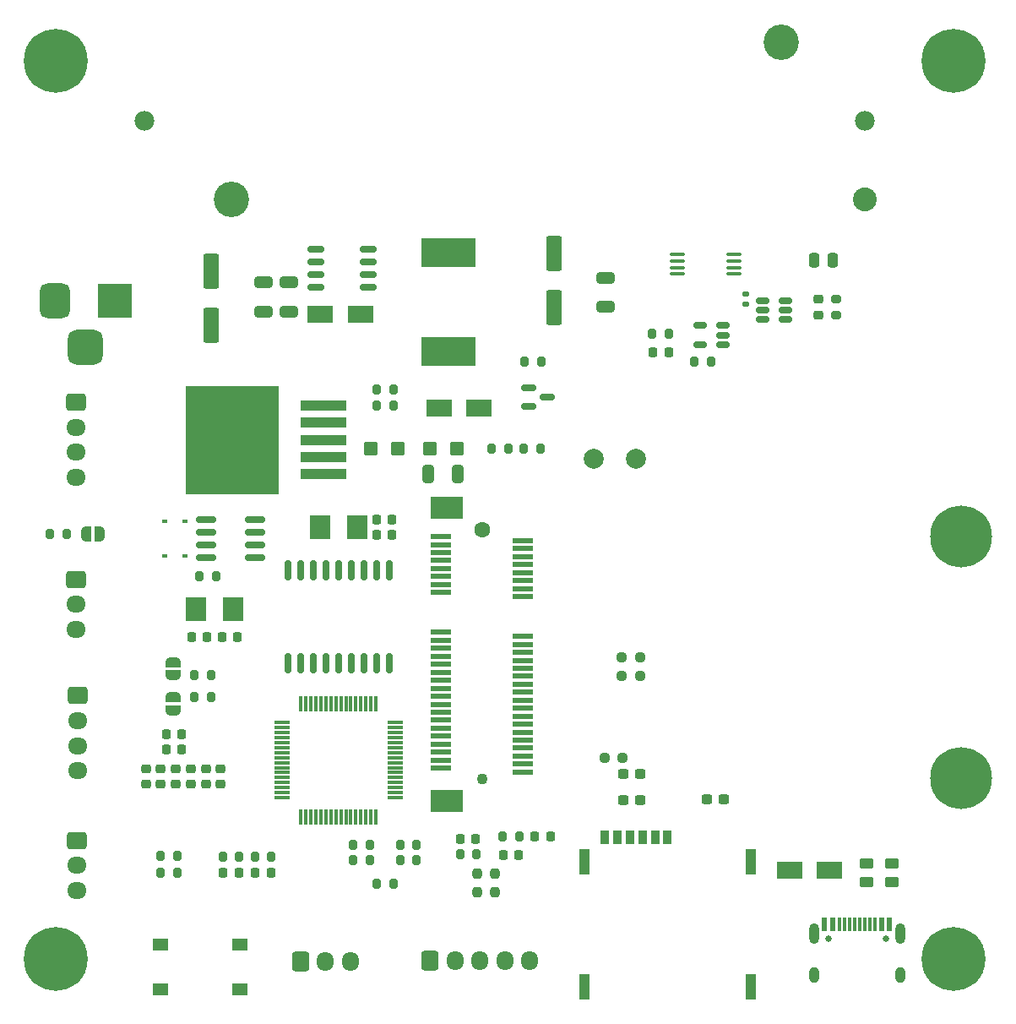
<source format=gbr>
%TF.GenerationSoftware,KiCad,Pcbnew,(6.0.6)*%
%TF.CreationDate,2022-09-23T20:04:06+09:00*%
%TF.ProjectId,LTE-base-H1,4c54452d-6261-4736-952d-48312e6b6963,rev?*%
%TF.SameCoordinates,Original*%
%TF.FileFunction,Soldermask,Top*%
%TF.FilePolarity,Negative*%
%FSLAX46Y46*%
G04 Gerber Fmt 4.6, Leading zero omitted, Abs format (unit mm)*
G04 Created by KiCad (PCBNEW (6.0.6)) date 2022-09-23 20:04:06*
%MOMM*%
%LPD*%
G01*
G04 APERTURE LIST*
G04 Aperture macros list*
%AMRoundRect*
0 Rectangle with rounded corners*
0 $1 Rounding radius*
0 $2 $3 $4 $5 $6 $7 $8 $9 X,Y pos of 4 corners*
0 Add a 4 corners polygon primitive as box body*
4,1,4,$2,$3,$4,$5,$6,$7,$8,$9,$2,$3,0*
0 Add four circle primitives for the rounded corners*
1,1,$1+$1,$2,$3*
1,1,$1+$1,$4,$5*
1,1,$1+$1,$6,$7*
1,1,$1+$1,$8,$9*
0 Add four rect primitives between the rounded corners*
20,1,$1+$1,$2,$3,$4,$5,0*
20,1,$1+$1,$4,$5,$6,$7,0*
20,1,$1+$1,$6,$7,$8,$9,0*
20,1,$1+$1,$8,$9,$2,$3,0*%
%AMFreePoly0*
4,1,22,0.500000,-0.750000,0.000000,-0.750000,0.000000,-0.745033,-0.079941,-0.743568,-0.215256,-0.701293,-0.333266,-0.622738,-0.424486,-0.514219,-0.481581,-0.384460,-0.499164,-0.250000,-0.500000,-0.250000,-0.500000,0.250000,-0.499164,0.250000,-0.499963,0.256109,-0.478152,0.396186,-0.417904,0.524511,-0.324060,0.630769,-0.204165,0.706417,-0.067858,0.745374,0.000000,0.744959,0.000000,0.750000,
0.500000,0.750000,0.500000,-0.750000,0.500000,-0.750000,$1*%
%AMFreePoly1*
4,1,20,0.000000,0.744959,0.073905,0.744508,0.209726,0.703889,0.328688,0.626782,0.421226,0.519385,0.479903,0.390333,0.500000,0.250000,0.500000,-0.250000,0.499851,-0.262216,0.476331,-0.402017,0.414519,-0.529596,0.319384,-0.634700,0.198574,-0.708877,0.061801,-0.746166,0.000000,-0.745033,0.000000,-0.750000,-0.500000,-0.750000,-0.500000,0.750000,0.000000,0.750000,0.000000,0.744959,
0.000000,0.744959,$1*%
G04 Aperture macros list end*
%ADD10RoundRect,0.225000X0.225000X0.250000X-0.225000X0.250000X-0.225000X-0.250000X0.225000X-0.250000X0*%
%ADD11RoundRect,0.250000X-0.725000X0.600000X-0.725000X-0.600000X0.725000X-0.600000X0.725000X0.600000X0*%
%ADD12O,1.950000X1.700000*%
%ADD13RoundRect,0.225000X-0.225000X-0.250000X0.225000X-0.250000X0.225000X0.250000X-0.225000X0.250000X0*%
%ADD14RoundRect,0.250000X0.550000X-1.500000X0.550000X1.500000X-0.550000X1.500000X-0.550000X-1.500000X0*%
%ADD15RoundRect,0.250000X-0.450000X-0.425000X0.450000X-0.425000X0.450000X0.425000X-0.450000X0.425000X0*%
%ADD16C,0.800000*%
%ADD17C,6.400000*%
%ADD18C,6.200000*%
%ADD19RoundRect,0.200000X-0.200000X-0.275000X0.200000X-0.275000X0.200000X0.275000X-0.200000X0.275000X0*%
%ADD20RoundRect,0.200000X0.200000X0.275000X-0.200000X0.275000X-0.200000X-0.275000X0.200000X-0.275000X0*%
%ADD21R,4.600000X1.100000*%
%ADD22R,9.400000X10.800000*%
%ADD23R,0.900000X1.350000*%
%ADD24R,1.100000X2.600000*%
%ADD25RoundRect,0.218750X0.218750X0.256250X-0.218750X0.256250X-0.218750X-0.256250X0.218750X-0.256250X0*%
%ADD26R,2.500000X1.800000*%
%ADD27R,0.600000X0.450000*%
%ADD28RoundRect,0.200000X0.275000X-0.200000X0.275000X0.200000X-0.275000X0.200000X-0.275000X-0.200000X0*%
%ADD29RoundRect,0.237500X-0.300000X-0.237500X0.300000X-0.237500X0.300000X0.237500X-0.300000X0.237500X0*%
%ADD30R,2.000000X2.400000*%
%ADD31RoundRect,0.237500X0.250000X0.237500X-0.250000X0.237500X-0.250000X-0.237500X0.250000X-0.237500X0*%
%ADD32RoundRect,0.150000X-0.587500X-0.150000X0.587500X-0.150000X0.587500X0.150000X-0.587500X0.150000X0*%
%ADD33RoundRect,0.250000X-0.450000X0.262500X-0.450000X-0.262500X0.450000X-0.262500X0.450000X0.262500X0*%
%ADD34RoundRect,0.250000X0.650000X-0.325000X0.650000X0.325000X-0.650000X0.325000X-0.650000X-0.325000X0*%
%ADD35RoundRect,0.225000X-0.250000X0.225000X-0.250000X-0.225000X0.250000X-0.225000X0.250000X0.225000X0*%
%ADD36R,5.400000X2.900000*%
%ADD37RoundRect,0.150000X-0.512500X-0.150000X0.512500X-0.150000X0.512500X0.150000X-0.512500X0.150000X0*%
%ADD38O,1.700000X1.950000*%
%ADD39RoundRect,0.250000X-0.600000X-0.725000X0.600000X-0.725000X0.600000X0.725000X-0.600000X0.725000X0*%
%ADD40C,2.000000*%
%ADD41R,3.200000X2.300000*%
%ADD42R,2.000000X0.600000*%
%ADD43C,1.600000*%
%ADD44C,1.100000*%
%ADD45RoundRect,0.135000X0.185000X-0.135000X0.185000X0.135000X-0.185000X0.135000X-0.185000X-0.135000X0*%
%ADD46RoundRect,0.237500X-0.237500X0.250000X-0.237500X-0.250000X0.237500X-0.250000X0.237500X0.250000X0*%
%ADD47RoundRect,0.150000X-0.150000X0.875000X-0.150000X-0.875000X0.150000X-0.875000X0.150000X0.875000X0*%
%ADD48RoundRect,0.250000X-0.250000X-0.475000X0.250000X-0.475000X0.250000X0.475000X-0.250000X0.475000X0*%
%ADD49RoundRect,0.225000X0.250000X-0.225000X0.250000X0.225000X-0.250000X0.225000X-0.250000X-0.225000X0*%
%ADD50RoundRect,0.150000X-0.675000X-0.150000X0.675000X-0.150000X0.675000X0.150000X-0.675000X0.150000X0*%
%ADD51C,3.550000*%
%ADD52C,2.390000*%
%ADD53C,1.980000*%
%ADD54RoundRect,0.237500X-0.250000X-0.237500X0.250000X-0.237500X0.250000X0.237500X-0.250000X0.237500X0*%
%ADD55RoundRect,0.075000X0.075000X0.700000X-0.075000X0.700000X-0.075000X-0.700000X0.075000X-0.700000X0*%
%ADD56RoundRect,0.075000X0.700000X0.075000X-0.700000X0.075000X-0.700000X-0.075000X0.700000X-0.075000X0*%
%ADD57FreePoly0,180.000000*%
%ADD58FreePoly1,180.000000*%
%ADD59RoundRect,0.150000X0.825000X0.150000X-0.825000X0.150000X-0.825000X-0.150000X0.825000X-0.150000X0*%
%ADD60C,0.650000*%
%ADD61R,0.600000X1.450000*%
%ADD62R,0.300000X1.450000*%
%ADD63O,1.000000X1.600000*%
%ADD64O,1.000000X2.100000*%
%ADD65RoundRect,0.250000X-0.325000X-0.650000X0.325000X-0.650000X0.325000X0.650000X-0.325000X0.650000X0*%
%ADD66FreePoly0,270.000000*%
%ADD67FreePoly1,270.000000*%
%ADD68R,1.550000X1.300000*%
%ADD69RoundRect,0.150000X0.512500X0.150000X-0.512500X0.150000X-0.512500X-0.150000X0.512500X-0.150000X0*%
%ADD70RoundRect,0.100000X-0.637500X-0.100000X0.637500X-0.100000X0.637500X0.100000X-0.637500X0.100000X0*%
%ADD71FreePoly0,90.000000*%
%ADD72FreePoly1,90.000000*%
%ADD73R,3.500000X3.500000*%
%ADD74RoundRect,0.750000X-0.750000X-1.000000X0.750000X-1.000000X0.750000X1.000000X-0.750000X1.000000X0*%
%ADD75RoundRect,0.875000X-0.875000X-0.875000X0.875000X-0.875000X0.875000X0.875000X-0.875000X0.875000X0*%
%ADD76RoundRect,0.237500X0.237500X-0.250000X0.237500X0.250000X-0.237500X0.250000X-0.237500X-0.250000X0*%
G04 APERTURE END LIST*
D10*
%TO.C,C15*%
X117575000Y-129000000D03*
X116025000Y-129000000D03*
%TD*%
D11*
%TO.C,J11*%
X107000000Y-94250000D03*
D12*
X107000000Y-96750000D03*
X107000000Y-99250000D03*
X107000000Y-101750000D03*
%TD*%
D13*
%TO.C,C10*%
X137125000Y-107500000D03*
X138675000Y-107500000D03*
%TD*%
D14*
%TO.C,C7*%
X120500000Y-86525000D03*
X120500000Y-81125000D03*
%TD*%
D15*
%TO.C,C5*%
X136550000Y-98900000D03*
X139250000Y-98900000D03*
%TD*%
D16*
%TO.C,H4*%
X195000000Y-57600000D03*
X196697056Y-58302944D03*
X195000000Y-62400000D03*
D17*
X195000000Y-60000000D03*
D16*
X197400000Y-60000000D03*
X192600000Y-60000000D03*
X193302944Y-61697056D03*
X193302944Y-58302944D03*
X196697056Y-61697056D03*
%TD*%
D18*
%TO.C,J4*%
X195700000Y-107700000D03*
%TD*%
D19*
%TO.C,R5*%
X104375000Y-107400000D03*
X106025000Y-107400000D03*
%TD*%
D20*
%TO.C,R6*%
X147125000Y-139550000D03*
X145475000Y-139550000D03*
%TD*%
%TO.C,R8*%
X120500000Y-123800000D03*
X118850000Y-123800000D03*
%TD*%
D16*
%TO.C,H2*%
X105000000Y-152400000D03*
X103302944Y-148302944D03*
X103302944Y-151697056D03*
X106697056Y-151697056D03*
X106697056Y-148302944D03*
X107400000Y-150000000D03*
X105000000Y-147600000D03*
X102600000Y-150000000D03*
D17*
X105000000Y-150000000D03*
%TD*%
D21*
%TO.C,U5*%
X131775000Y-101400000D03*
X131775000Y-99700000D03*
X131775000Y-98000000D03*
D22*
X122625000Y-98000000D03*
D21*
X131775000Y-96300000D03*
X131775000Y-94600000D03*
%TD*%
D23*
%TO.C,U6*%
X161270000Y-137800000D03*
X163780000Y-137800000D03*
X166300000Y-137800000D03*
X160000000Y-137800000D03*
X162520000Y-137800000D03*
X165040000Y-137800000D03*
D24*
X174650000Y-140250000D03*
X158000000Y-140250000D03*
X158000000Y-152799999D03*
X174650000Y-152800000D03*
%TD*%
D25*
%TO.C,D5*%
X123337500Y-141350000D03*
X121762500Y-141350000D03*
%TD*%
D26*
%TO.C,D3*%
X135500000Y-85425000D03*
X131500000Y-85425000D03*
%TD*%
D20*
%TO.C,R31*%
X120500000Y-121600000D03*
X118850000Y-121600000D03*
%TD*%
D26*
%TO.C,D10*%
X147400000Y-94800000D03*
X143400000Y-94800000D03*
%TD*%
D20*
%TO.C,R29*%
X153625000Y-90200000D03*
X151975000Y-90200000D03*
%TD*%
%TO.C,R3*%
X138825000Y-94600000D03*
X137175000Y-94600000D03*
%TD*%
%TO.C,R7*%
X126575000Y-139750000D03*
X124925000Y-139750000D03*
%TD*%
D13*
%TO.C,C6*%
X137125000Y-106000000D03*
X138675000Y-106000000D03*
%TD*%
D27*
%TO.C,D1*%
X117950000Y-109600000D03*
X115850000Y-109600000D03*
%TD*%
D25*
%TO.C,D2*%
X126537500Y-141350000D03*
X124962500Y-141350000D03*
%TD*%
D28*
%TO.C,R26*%
X183200000Y-83875000D03*
X183200000Y-85525000D03*
%TD*%
D29*
%TO.C,C21*%
X170237500Y-134000000D03*
X171962500Y-134000000D03*
%TD*%
D30*
%TO.C,Y2*%
X131450000Y-106800000D03*
X135150000Y-106800000D03*
%TD*%
D31*
%TO.C,R13*%
X163512500Y-121700000D03*
X161687500Y-121700000D03*
%TD*%
D19*
%TO.C,R4*%
X137175000Y-93000000D03*
X138825000Y-93000000D03*
%TD*%
D32*
%TO.C,Q1*%
X154237500Y-93700000D03*
X152362500Y-94650000D03*
X152362500Y-92750000D03*
%TD*%
D33*
%TO.C,R11*%
X188800000Y-140487500D03*
X188800000Y-142312500D03*
%TD*%
%TO.C,R10*%
X186200000Y-140487500D03*
X186200000Y-142312500D03*
%TD*%
D34*
%TO.C,C9*%
X128300000Y-85175000D03*
X128300000Y-82225000D03*
%TD*%
D18*
%TO.C,J3*%
X195750000Y-131900000D03*
%TD*%
D20*
%TO.C,R1*%
X117125000Y-141400000D03*
X115475000Y-141400000D03*
%TD*%
D35*
%TO.C,C12*%
X115500000Y-130975000D03*
X115500000Y-132525000D03*
%TD*%
D36*
%TO.C,L2*%
X144300000Y-89175000D03*
X144300000Y-79275000D03*
%TD*%
D37*
%TO.C,U9*%
X175862500Y-84050000D03*
X175862500Y-85000000D03*
X175862500Y-85950000D03*
X178137500Y-85950000D03*
X178137500Y-85000000D03*
X178137500Y-84050000D03*
%TD*%
D38*
%TO.C,J7*%
X134500000Y-150275000D03*
X132000000Y-150275000D03*
D39*
X129500000Y-150275000D03*
%TD*%
D16*
%TO.C,H1*%
X195000000Y-152400000D03*
X196697056Y-148302944D03*
D17*
X195000000Y-150000000D03*
D16*
X193302944Y-148302944D03*
X195000000Y-147600000D03*
X193302944Y-151697056D03*
X197400000Y-150000000D03*
X196697056Y-151697056D03*
X192600000Y-150000000D03*
%TD*%
D40*
%TO.C,TP2*%
X158900000Y-99900000D03*
%TD*%
D41*
%TO.C,J1*%
X144200000Y-104850000D03*
X144200000Y-134150000D03*
D42*
X151800000Y-131300000D03*
X143600000Y-130900000D03*
X151800000Y-130500000D03*
X143600000Y-130100000D03*
X151800000Y-129700000D03*
X143600000Y-129300000D03*
X151800000Y-128900000D03*
X143600000Y-128500000D03*
X151800000Y-128100000D03*
X143600000Y-127700000D03*
X151800000Y-127300000D03*
X143600000Y-126900000D03*
X151800000Y-126500000D03*
X143600000Y-126100000D03*
X151800000Y-125700000D03*
X143600000Y-125300000D03*
X151800000Y-124900000D03*
X143600000Y-124500000D03*
X151800000Y-124100000D03*
X143600000Y-123700000D03*
X151800000Y-123300000D03*
X143600000Y-122900000D03*
X151800000Y-122500000D03*
X143600000Y-122100000D03*
X151800000Y-121700000D03*
X143600000Y-121300000D03*
X151800000Y-120900000D03*
X143600000Y-120500000D03*
X151800000Y-120100000D03*
X143600000Y-119700000D03*
X151800000Y-119300000D03*
X143600000Y-118900000D03*
X151800000Y-118500000D03*
X143600000Y-118100000D03*
X151800000Y-117700000D03*
X143600000Y-117300000D03*
X151800000Y-113700000D03*
X143600000Y-113300000D03*
X151800000Y-112900000D03*
X143600000Y-112500000D03*
X151800000Y-112100000D03*
X143600000Y-111700000D03*
X151800000Y-111300000D03*
X143600000Y-110900000D03*
X151800000Y-110500000D03*
X143600000Y-110100000D03*
X151800000Y-109700000D03*
X143600000Y-109300000D03*
X151800000Y-108900000D03*
X143600000Y-108500000D03*
X151800000Y-108100000D03*
X143600000Y-107700000D03*
D43*
X147700000Y-107000000D03*
D44*
X147700000Y-132000000D03*
%TD*%
D45*
%TO.C,R22*%
X174100000Y-83390000D03*
X174100000Y-84410000D03*
%TD*%
D13*
%TO.C,C2*%
X118600000Y-117750000D03*
X120150000Y-117750000D03*
%TD*%
D29*
%TO.C,C22*%
X163562500Y-131500000D03*
X161837500Y-131500000D03*
%TD*%
D35*
%TO.C,C17*%
X121500000Y-130975000D03*
X121500000Y-132525000D03*
%TD*%
D46*
%TO.C,R15*%
X147200000Y-141487500D03*
X147200000Y-143312500D03*
%TD*%
D35*
%TO.C,C19*%
X118500000Y-130975000D03*
X118500000Y-132525000D03*
%TD*%
D13*
%TO.C,C11*%
X145525000Y-138000000D03*
X147075000Y-138000000D03*
%TD*%
D20*
%TO.C,R9*%
X123375000Y-139750000D03*
X121725000Y-139750000D03*
%TD*%
D26*
%TO.C,D7*%
X178500000Y-141100000D03*
X182500000Y-141100000D03*
%TD*%
D35*
%TO.C,C14*%
X114000000Y-130975000D03*
X114000000Y-132525000D03*
%TD*%
D47*
%TO.C,U3*%
X138380000Y-111050000D03*
X137110000Y-111050000D03*
X135840000Y-111050000D03*
X134570000Y-111050000D03*
X133300000Y-111050000D03*
X132030000Y-111050000D03*
X130760000Y-111050000D03*
X129490000Y-111050000D03*
X128220000Y-111050000D03*
X128220000Y-120350000D03*
X129490000Y-120350000D03*
X130760000Y-120350000D03*
X132030000Y-120350000D03*
X133300000Y-120350000D03*
X134570000Y-120350000D03*
X135840000Y-120350000D03*
X137110000Y-120350000D03*
X138380000Y-120350000D03*
%TD*%
D30*
%TO.C,Y1*%
X122700000Y-115000000D03*
X119000000Y-115000000D03*
%TD*%
D40*
%TO.C,TP1*%
X163100000Y-99900000D03*
%TD*%
D19*
%TO.C,R25*%
X164775000Y-87400000D03*
X166425000Y-87400000D03*
%TD*%
D48*
%TO.C,C26*%
X180950000Y-80000000D03*
X182850000Y-80000000D03*
%TD*%
D49*
%TO.C,C25*%
X181400000Y-85475000D03*
X181400000Y-83925000D03*
%TD*%
D29*
%TO.C,C20*%
X161837500Y-134100000D03*
X163562500Y-134100000D03*
%TD*%
D20*
%TO.C,R2*%
X138825000Y-142500000D03*
X137175000Y-142500000D03*
%TD*%
D27*
%TO.C,D6*%
X117950000Y-106200000D03*
X115850000Y-106200000D03*
%TD*%
D25*
%TO.C,D9*%
X166387500Y-89200000D03*
X164812500Y-89200000D03*
%TD*%
D11*
%TO.C,J9*%
X107125000Y-123650000D03*
D12*
X107125000Y-126150000D03*
X107125000Y-128650000D03*
X107125000Y-131150000D03*
%TD*%
D19*
%TO.C,R17*%
X149775000Y-137775000D03*
X151425000Y-137775000D03*
%TD*%
D50*
%TO.C,U1*%
X131075000Y-78920000D03*
X131075000Y-80190000D03*
X131075000Y-81460000D03*
X131075000Y-82730000D03*
X136325000Y-82730000D03*
X136325000Y-81460000D03*
X136325000Y-80190000D03*
X136325000Y-78920000D03*
%TD*%
D51*
%TO.C,BT1*%
X177730000Y-58130000D03*
D52*
X186110000Y-73870000D03*
D51*
X122530000Y-73870000D03*
D53*
X186110000Y-66000000D03*
X113890000Y-66000000D03*
%TD*%
D35*
%TO.C,C18*%
X120000000Y-130975000D03*
X120000000Y-132525000D03*
%TD*%
D54*
%TO.C,R14*%
X161687500Y-119800000D03*
X163512500Y-119800000D03*
%TD*%
D55*
%TO.C,U2*%
X137050000Y-135775000D03*
X136550000Y-135775000D03*
X136050000Y-135775000D03*
X135550000Y-135775000D03*
X135050000Y-135775000D03*
X134550000Y-135775000D03*
X134050000Y-135775000D03*
X133550000Y-135775000D03*
X133050000Y-135775000D03*
X132550000Y-135775000D03*
X132050000Y-135775000D03*
X131550000Y-135775000D03*
X131050000Y-135775000D03*
X130550000Y-135775000D03*
X130050000Y-135775000D03*
X129550000Y-135775000D03*
D56*
X127625000Y-133850000D03*
X127625000Y-133350000D03*
X127625000Y-132850000D03*
X127625000Y-132350000D03*
X127625000Y-131850000D03*
X127625000Y-131350000D03*
X127625000Y-130850000D03*
X127625000Y-130350000D03*
X127625000Y-129850000D03*
X127625000Y-129350000D03*
X127625000Y-128850000D03*
X127625000Y-128350000D03*
X127625000Y-127850000D03*
X127625000Y-127350000D03*
X127625000Y-126850000D03*
X127625000Y-126350000D03*
D55*
X129550000Y-124425000D03*
X130050000Y-124425000D03*
X130550000Y-124425000D03*
X131050000Y-124425000D03*
X131550000Y-124425000D03*
X132050000Y-124425000D03*
X132550000Y-124425000D03*
X133050000Y-124425000D03*
X133550000Y-124425000D03*
X134050000Y-124425000D03*
X134550000Y-124425000D03*
X135050000Y-124425000D03*
X135550000Y-124425000D03*
X136050000Y-124425000D03*
X136550000Y-124425000D03*
X137050000Y-124425000D03*
D56*
X138975000Y-126350000D03*
X138975000Y-126850000D03*
X138975000Y-127350000D03*
X138975000Y-127850000D03*
X138975000Y-128350000D03*
X138975000Y-128850000D03*
X138975000Y-129350000D03*
X138975000Y-129850000D03*
X138975000Y-130350000D03*
X138975000Y-130850000D03*
X138975000Y-131350000D03*
X138975000Y-131850000D03*
X138975000Y-132350000D03*
X138975000Y-132850000D03*
X138975000Y-133350000D03*
X138975000Y-133850000D03*
%TD*%
D13*
%TO.C,C1*%
X151375000Y-139575000D03*
X149825000Y-139575000D03*
%TD*%
D19*
%TO.C,R19*%
X134775000Y-140100000D03*
X136425000Y-140100000D03*
%TD*%
D57*
%TO.C,JP1*%
X109350000Y-107400000D03*
D58*
X108050000Y-107400000D03*
%TD*%
D15*
%TO.C,C4*%
X142450000Y-98900000D03*
X145150000Y-98900000D03*
%TD*%
D59*
%TO.C,U4*%
X124975000Y-109805000D03*
X124975000Y-108535000D03*
X124975000Y-107265000D03*
X124975000Y-105995000D03*
X120025000Y-105995000D03*
X120025000Y-107265000D03*
X120025000Y-108535000D03*
X120025000Y-109805000D03*
%TD*%
D60*
%TO.C,J5*%
X182405489Y-147995489D03*
X188185489Y-147995489D03*
D61*
X182045489Y-146550489D03*
X182845489Y-146550489D03*
D62*
X184045489Y-146550489D03*
X185045489Y-146550489D03*
X185545489Y-146550489D03*
X186545489Y-146550489D03*
D61*
X187745489Y-146550489D03*
X188545489Y-146550489D03*
X188545489Y-146550489D03*
X187745489Y-146550489D03*
D62*
X187045489Y-146550489D03*
X186045489Y-146550489D03*
X184545489Y-146550489D03*
X183545489Y-146550489D03*
D61*
X182845489Y-146550489D03*
X182045489Y-146550489D03*
D63*
X180975489Y-151645489D03*
X189615489Y-151645489D03*
D64*
X189615489Y-147465489D03*
X180975489Y-147465489D03*
%TD*%
D14*
%TO.C,C24*%
X154900000Y-84725000D03*
X154900000Y-79325000D03*
%TD*%
D10*
%TO.C,C3*%
X123150000Y-117750000D03*
X121600000Y-117750000D03*
%TD*%
D65*
%TO.C,C27*%
X142325000Y-101400000D03*
X145275000Y-101400000D03*
%TD*%
D35*
%TO.C,C16*%
X117000000Y-130975000D03*
X117000000Y-132525000D03*
%TD*%
D19*
%TO.C,R18*%
X134775000Y-138600000D03*
X136425000Y-138600000D03*
%TD*%
D10*
%TO.C,C13*%
X117575000Y-127500000D03*
X116025000Y-127500000D03*
%TD*%
D66*
%TO.C,JP3*%
X116725000Y-120300000D03*
D67*
X116725000Y-121600000D03*
%TD*%
D11*
%TO.C,J12*%
X107025000Y-112000000D03*
D12*
X107025000Y-114500000D03*
X107025000Y-117000000D03*
%TD*%
D20*
%TO.C,R30*%
X121025000Y-111700000D03*
X119375000Y-111700000D03*
%TD*%
D19*
%TO.C,R27*%
X148675000Y-98900000D03*
X150325000Y-98900000D03*
%TD*%
D16*
%TO.C,H3*%
X102600000Y-60000000D03*
X103302944Y-61697056D03*
X106697056Y-58302944D03*
D17*
X105000000Y-60000000D03*
D16*
X103302944Y-58302944D03*
X106697056Y-61697056D03*
X105000000Y-62400000D03*
X107400000Y-60000000D03*
X105000000Y-57600000D03*
%TD*%
D68*
%TO.C,SW3*%
X115420000Y-148550000D03*
X123380000Y-148550000D03*
X115420000Y-153050000D03*
X123380000Y-153050000D03*
%TD*%
D69*
%TO.C,U10*%
X169562500Y-88450000D03*
X169562500Y-86550000D03*
X171837500Y-86550000D03*
X171837500Y-87500000D03*
X171837500Y-88450000D03*
%TD*%
D34*
%TO.C,C23*%
X160100000Y-84700000D03*
X160100000Y-81750000D03*
%TD*%
D25*
%TO.C,D8*%
X154537500Y-137775000D03*
X152962500Y-137775000D03*
%TD*%
D70*
%TO.C,U8*%
X167237500Y-79450000D03*
X167237500Y-80100000D03*
X167237500Y-80750000D03*
X167237500Y-81400000D03*
X172962500Y-81400000D03*
X172962500Y-80750000D03*
X172962500Y-80100000D03*
X172962500Y-79450000D03*
%TD*%
D54*
%TO.C,R12*%
X161812500Y-129900000D03*
X159987500Y-129900000D03*
%TD*%
D19*
%TO.C,R20*%
X139475000Y-138600000D03*
X141125000Y-138600000D03*
%TD*%
D20*
%TO.C,R24*%
X117125000Y-139700000D03*
X115475000Y-139700000D03*
%TD*%
D11*
%TO.C,J6*%
X107100000Y-138150000D03*
D12*
X107100000Y-140650000D03*
X107100000Y-143150000D03*
%TD*%
D71*
%TO.C,JP2*%
X116725000Y-125100000D03*
D72*
X116725000Y-123800000D03*
%TD*%
D34*
%TO.C,C8*%
X125800000Y-85175000D03*
X125800000Y-82225000D03*
%TD*%
D39*
%TO.C,J8*%
X142500000Y-150175000D03*
D38*
X145000000Y-150175000D03*
X147500000Y-150175000D03*
X150000000Y-150175000D03*
X152500000Y-150175000D03*
%TD*%
D19*
%TO.C,R28*%
X151875000Y-98900000D03*
X153525000Y-98900000D03*
%TD*%
D73*
%TO.C,J2*%
X110900000Y-84042500D03*
D74*
X104900000Y-84042500D03*
D75*
X107900000Y-88742500D03*
%TD*%
D19*
%TO.C,R23*%
X168975000Y-90200000D03*
X170625000Y-90200000D03*
%TD*%
D76*
%TO.C,R16*%
X149000000Y-143312500D03*
X149000000Y-141487500D03*
%TD*%
D19*
%TO.C,R21*%
X139475000Y-140100000D03*
X141125000Y-140100000D03*
%TD*%
M02*

</source>
